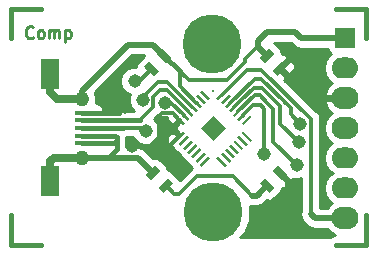
<source format=gtl>
G04 #@! TF.FileFunction,Copper,L1,Top,Signal*
%FSLAX46Y46*%
G04 Gerber Fmt 4.6, Leading zero omitted, Abs format (unit mm)*
G04 Created by KiCad (PCBNEW (2015-01-16 BZR 5376)-product) date 7/11/2015 10:08:44 AM*
%MOMM*%
G01*
G04 APERTURE LIST*
%ADD10C,0.150000*%
%ADD11C,0.381000*%
%ADD12C,0.254000*%
%ADD13R,1.800000X0.400000*%
%ADD14O,1.200000X1.300000*%
%ADD15R,1.550000X2.500000*%
%ADD16C,5.000000*%
%ADD17C,0.299720*%
%ADD18R,1.651000X1.651000*%
%ADD19O,2.286000X1.778000*%
%ADD20O,2.286000X1.905000*%
%ADD21C,1.143000*%
%ADD22C,1.270000*%
%ADD23C,0.304800*%
%ADD24C,0.508000*%
%ADD25C,0.355600*%
%ADD26C,0.635000*%
G04 APERTURE END LIST*
D10*
D11*
X28500000Y-39500000D02*
X28500000Y-37000000D01*
X28500000Y-39500000D02*
X31000000Y-39500000D01*
X58500000Y-39500000D02*
X56000000Y-39500000D01*
X58500000Y-39500000D02*
X58500000Y-37000000D01*
X28500000Y-19500000D02*
X28500000Y-22000000D01*
X28500000Y-19500000D02*
X31000000Y-19500000D01*
X58500000Y-19500000D02*
X58500000Y-22000000D01*
X58500000Y-19500000D02*
X56000000Y-19500000D01*
D12*
X30355905Y-21926357D02*
X30307524Y-21974738D01*
X30162381Y-22023119D01*
X30065619Y-22023119D01*
X29920477Y-21974738D01*
X29823715Y-21877976D01*
X29775334Y-21781214D01*
X29726953Y-21587690D01*
X29726953Y-21442548D01*
X29775334Y-21249024D01*
X29823715Y-21152262D01*
X29920477Y-21055500D01*
X30065619Y-21007119D01*
X30162381Y-21007119D01*
X30307524Y-21055500D01*
X30355905Y-21103881D01*
X30936477Y-22023119D02*
X30839715Y-21974738D01*
X30791334Y-21926357D01*
X30742953Y-21829595D01*
X30742953Y-21539310D01*
X30791334Y-21442548D01*
X30839715Y-21394167D01*
X30936477Y-21345786D01*
X31081619Y-21345786D01*
X31178381Y-21394167D01*
X31226762Y-21442548D01*
X31275143Y-21539310D01*
X31275143Y-21829595D01*
X31226762Y-21926357D01*
X31178381Y-21974738D01*
X31081619Y-22023119D01*
X30936477Y-22023119D01*
X31710572Y-22023119D02*
X31710572Y-21345786D01*
X31710572Y-21442548D02*
X31758953Y-21394167D01*
X31855715Y-21345786D01*
X32000857Y-21345786D01*
X32097619Y-21394167D01*
X32146000Y-21490929D01*
X32146000Y-22023119D01*
X32146000Y-21490929D02*
X32194381Y-21394167D01*
X32291143Y-21345786D01*
X32436286Y-21345786D01*
X32533048Y-21394167D01*
X32581429Y-21490929D01*
X32581429Y-22023119D01*
X33065239Y-21345786D02*
X33065239Y-22361786D01*
X33065239Y-21394167D02*
X33162001Y-21345786D01*
X33355524Y-21345786D01*
X33452286Y-21394167D01*
X33500667Y-21442548D01*
X33549048Y-21539310D01*
X33549048Y-21829595D01*
X33500667Y-21926357D01*
X33452286Y-21974738D01*
X33355524Y-22023119D01*
X33162001Y-22023119D01*
X33065239Y-21974738D01*
D13*
X34708000Y-28327100D03*
X34708000Y-28977100D03*
X34708000Y-29627100D03*
X34708000Y-30277100D03*
X34708000Y-30927100D03*
D14*
X34470540Y-27127100D03*
X34470540Y-32127100D03*
D15*
X31808000Y-25028000D03*
X31808000Y-34128000D03*
D16*
X45608000Y-36740000D03*
X45500000Y-22500000D03*
D10*
G36*
X42343677Y-28650050D02*
X42507117Y-28486610D01*
X43214761Y-29194254D01*
X43051321Y-29357694D01*
X42343677Y-28650050D01*
X42343677Y-28650050D01*
G37*
G36*
X42697499Y-28296228D02*
X42860939Y-28132788D01*
X43568583Y-28840432D01*
X43405143Y-29003872D01*
X42697499Y-28296228D01*
X42697499Y-28296228D01*
G37*
G36*
X43051322Y-27942406D02*
X43214762Y-27778966D01*
X43922406Y-28486610D01*
X43758966Y-28650050D01*
X43051322Y-27942406D01*
X43051322Y-27942406D01*
G37*
G36*
X43405144Y-27588584D02*
X43568584Y-27425144D01*
X44276228Y-28132788D01*
X44112788Y-28296228D01*
X43405144Y-27588584D01*
X43405144Y-27588584D01*
G37*
G36*
X43758966Y-27234762D02*
X43922406Y-27071322D01*
X44630050Y-27778966D01*
X44466610Y-27942406D01*
X43758966Y-27234762D01*
X43758966Y-27234762D01*
G37*
G36*
X44112788Y-26880939D02*
X44276228Y-26717499D01*
X44983872Y-27425143D01*
X44820432Y-27588583D01*
X44112788Y-26880939D01*
X44112788Y-26880939D01*
G37*
G36*
X44466610Y-26527117D02*
X44630050Y-26363677D01*
X45337694Y-27071321D01*
X45174254Y-27234761D01*
X44466610Y-26527117D01*
X44466610Y-26527117D01*
G37*
G36*
X45878306Y-27071321D02*
X46585950Y-26363677D01*
X46749390Y-26527117D01*
X46041746Y-27234761D01*
X45878306Y-27071321D01*
X45878306Y-27071321D01*
G37*
G36*
X46232128Y-27425143D02*
X46939772Y-26717499D01*
X47103212Y-26880939D01*
X46395568Y-27588583D01*
X46232128Y-27425143D01*
X46232128Y-27425143D01*
G37*
G36*
X46585950Y-27778966D02*
X47293594Y-27071322D01*
X47457034Y-27234762D01*
X46749390Y-27942406D01*
X46585950Y-27778966D01*
X46585950Y-27778966D01*
G37*
G36*
X46939772Y-28132788D02*
X47647416Y-27425144D01*
X47810856Y-27588584D01*
X47103212Y-28296228D01*
X46939772Y-28132788D01*
X46939772Y-28132788D01*
G37*
G36*
X47293594Y-28486610D02*
X48001238Y-27778966D01*
X48164678Y-27942406D01*
X47457034Y-28650050D01*
X47293594Y-28486610D01*
X47293594Y-28486610D01*
G37*
G36*
X47647417Y-28840432D02*
X48355061Y-28132788D01*
X48518501Y-28296228D01*
X47810857Y-29003872D01*
X47647417Y-28840432D01*
X47647417Y-28840432D01*
G37*
G36*
X48001239Y-29194254D02*
X48708883Y-28486610D01*
X48872323Y-28650050D01*
X48164679Y-29357694D01*
X48001239Y-29194254D01*
X48001239Y-29194254D01*
G37*
G36*
X48001239Y-30061746D02*
X48164679Y-29898306D01*
X48872323Y-30605950D01*
X48708883Y-30769390D01*
X48001239Y-30061746D01*
X48001239Y-30061746D01*
G37*
G36*
X47647417Y-30415568D02*
X47810857Y-30252128D01*
X48518501Y-30959772D01*
X48355061Y-31123212D01*
X47647417Y-30415568D01*
X47647417Y-30415568D01*
G37*
G36*
X47293594Y-30769390D02*
X47457034Y-30605950D01*
X48164678Y-31313594D01*
X48001238Y-31477034D01*
X47293594Y-30769390D01*
X47293594Y-30769390D01*
G37*
G36*
X46939772Y-31123212D02*
X47103212Y-30959772D01*
X47810856Y-31667416D01*
X47647416Y-31830856D01*
X46939772Y-31123212D01*
X46939772Y-31123212D01*
G37*
G36*
X46585950Y-31477034D02*
X46749390Y-31313594D01*
X47457034Y-32021238D01*
X47293594Y-32184678D01*
X46585950Y-31477034D01*
X46585950Y-31477034D01*
G37*
G36*
X46232128Y-31830857D02*
X46395568Y-31667417D01*
X47103212Y-32375061D01*
X46939772Y-32538501D01*
X46232128Y-31830857D01*
X46232128Y-31830857D01*
G37*
G36*
X45878306Y-32184679D02*
X46041746Y-32021239D01*
X46749390Y-32728883D01*
X46585950Y-32892323D01*
X45878306Y-32184679D01*
X45878306Y-32184679D01*
G37*
G36*
X44466610Y-32728883D02*
X45174254Y-32021239D01*
X45337694Y-32184679D01*
X44630050Y-32892323D01*
X44466610Y-32728883D01*
X44466610Y-32728883D01*
G37*
G36*
X44112788Y-32375061D02*
X44820432Y-31667417D01*
X44983872Y-31830857D01*
X44276228Y-32538501D01*
X44112788Y-32375061D01*
X44112788Y-32375061D01*
G37*
G36*
X43758966Y-32021238D02*
X44466610Y-31313594D01*
X44630050Y-31477034D01*
X43922406Y-32184678D01*
X43758966Y-32021238D01*
X43758966Y-32021238D01*
G37*
G36*
X43405144Y-31667416D02*
X44112788Y-30959772D01*
X44276228Y-31123212D01*
X43568584Y-31830856D01*
X43405144Y-31667416D01*
X43405144Y-31667416D01*
G37*
G36*
X43051322Y-31313594D02*
X43758966Y-30605950D01*
X43922406Y-30769390D01*
X43214762Y-31477034D01*
X43051322Y-31313594D01*
X43051322Y-31313594D01*
G37*
G36*
X42697499Y-30959772D02*
X43405143Y-30252128D01*
X43568583Y-30415568D01*
X42860939Y-31123212D01*
X42697499Y-30959772D01*
X42697499Y-30959772D01*
G37*
G36*
X42343677Y-30605950D02*
X43051321Y-29898306D01*
X43214761Y-30061746D01*
X42507117Y-30769390D01*
X42343677Y-30605950D01*
X42343677Y-30605950D01*
G37*
G36*
X44546534Y-29628000D02*
X45608000Y-28566534D01*
X46669466Y-29628000D01*
X45608000Y-30689466D01*
X44546534Y-29628000D01*
X44546534Y-29628000D01*
G37*
D17*
X45608000Y-26445397D03*
D18*
X56784000Y-22008000D03*
D19*
X56784000Y-24548000D03*
D20*
X56784000Y-27088000D03*
X56784000Y-29628000D03*
D19*
X56784000Y-32168000D03*
X56784000Y-34708000D03*
D20*
X56784000Y-37248000D03*
D10*
G36*
X40549790Y-25207433D02*
X39741567Y-24399210D01*
X40190580Y-23950197D01*
X40998803Y-24758420D01*
X40549790Y-25207433D01*
X40549790Y-25207433D01*
G37*
G36*
X41627420Y-24129803D02*
X40819197Y-23321580D01*
X41268210Y-22872567D01*
X42076433Y-23680790D01*
X41627420Y-24129803D01*
X41627420Y-24129803D01*
G37*
G36*
X51855433Y-24399210D02*
X51047210Y-25207433D01*
X50598197Y-24758420D01*
X51406420Y-23950197D01*
X51855433Y-24399210D01*
X51855433Y-24399210D01*
G37*
G36*
X50777803Y-23321580D02*
X49969580Y-24129803D01*
X49520567Y-23680790D01*
X50328790Y-22872567D01*
X50777803Y-23321580D01*
X50777803Y-23321580D01*
G37*
G36*
X42203433Y-34305210D02*
X41395210Y-35113433D01*
X40946197Y-34664420D01*
X41754420Y-33856197D01*
X42203433Y-34305210D01*
X42203433Y-34305210D01*
G37*
G36*
X41125803Y-33227580D02*
X40317580Y-34035803D01*
X39868567Y-33586790D01*
X40676790Y-32778567D01*
X41125803Y-33227580D01*
X41125803Y-33227580D01*
G37*
G36*
X51047210Y-32778567D02*
X51855433Y-33586790D01*
X51406420Y-34035803D01*
X50598197Y-33227580D01*
X51047210Y-32778567D01*
X51047210Y-32778567D01*
G37*
G36*
X49969580Y-33856197D02*
X50777803Y-34664420D01*
X50328790Y-35113433D01*
X49520567Y-34305210D01*
X49969580Y-33856197D01*
X49969580Y-33856197D01*
G37*
D21*
X49926000Y-31850500D03*
X39893000Y-29882000D03*
X39639000Y-27215000D03*
X52656500Y-32739500D03*
X52847000Y-30834500D03*
X52974000Y-29247000D03*
D22*
X51958000Y-36105000D03*
D21*
X38115000Y-27850000D03*
X38750000Y-31152000D03*
X41480500Y-27469000D03*
X38940500Y-25627500D03*
D23*
X48082959Y-28568330D02*
X48082959Y-28550041D01*
X49926000Y-27977000D02*
X49926000Y-31850500D01*
X49608500Y-27659500D02*
X49926000Y-27977000D01*
X48973500Y-27659500D02*
X49608500Y-27659500D01*
X48082959Y-28550041D02*
X48973500Y-27659500D01*
D11*
X37988000Y-29627100D02*
X34470540Y-29627100D01*
D23*
X38115000Y-29628000D02*
X38114100Y-29627100D01*
X38114100Y-29627100D02*
X37988000Y-29627100D01*
X39893000Y-29882000D02*
X39638100Y-29627100D01*
X39638100Y-29627100D02*
X38115900Y-29627100D01*
X42179000Y-26199000D02*
X41671000Y-25691000D01*
X41671000Y-25691000D02*
X40909000Y-25691000D01*
X40909000Y-25691000D02*
X39639000Y-26961000D01*
X39639000Y-26961000D02*
X39639000Y-27215000D01*
X43840686Y-27860686D02*
X42179000Y-26199000D01*
X39400900Y-28977100D02*
X40528000Y-27850000D01*
D11*
X34470540Y-28977100D02*
X39400900Y-28977100D01*
D23*
X43486864Y-28205364D02*
X42496500Y-27215000D01*
X41671000Y-26389500D02*
X41099500Y-26389500D01*
X41099500Y-26389500D02*
X40528000Y-26961000D01*
X40528000Y-26961000D02*
X40528000Y-27850000D01*
X43486864Y-28205364D02*
X41671000Y-26389500D01*
X43486864Y-28214508D02*
X43486864Y-28205364D01*
X46313848Y-26799219D02*
X46341281Y-26799219D01*
D24*
X54498000Y-37248000D02*
X55768000Y-37248000D01*
X54180500Y-37248000D02*
X54498000Y-37248000D01*
X53863000Y-36930500D02*
X54180500Y-37248000D01*
D25*
X53863000Y-28866000D02*
X53863000Y-36930500D01*
D23*
X49672000Y-24675000D02*
X53863000Y-28866000D01*
X48465500Y-24675000D02*
X49672000Y-24675000D01*
X46341281Y-26799219D02*
X48465500Y-24675000D01*
D24*
X56784000Y-37248000D02*
X54498000Y-37248000D01*
D23*
X47729136Y-28214508D02*
X47729136Y-28205364D01*
X50688000Y-27977000D02*
X50688000Y-30771000D01*
X50688000Y-30771000D02*
X52656500Y-32739500D01*
X47729136Y-28205364D02*
X49100500Y-26834000D01*
X49100500Y-26834000D02*
X49545000Y-26834000D01*
X49545000Y-26834000D02*
X50180000Y-27469000D01*
X50180000Y-27469000D02*
X50688000Y-27977000D01*
X51259500Y-27723000D02*
X51259500Y-29247000D01*
X51259500Y-29247000D02*
X52847000Y-30834500D01*
X47957500Y-27278500D02*
X49037000Y-26199000D01*
X49037000Y-26199000D02*
X49735500Y-26199000D01*
X49735500Y-26199000D02*
X50688000Y-27151500D01*
X47375314Y-27860686D02*
X47957500Y-27278500D01*
X50688000Y-27151500D02*
X51259500Y-27723000D01*
X47021492Y-27506864D02*
X47030636Y-27506864D01*
X51577000Y-27342000D02*
X51704000Y-27469000D01*
X49672000Y-25437000D02*
X51577000Y-27342000D01*
X49100500Y-25437000D02*
X49672000Y-25437000D01*
X47030636Y-27506864D02*
X49100500Y-25437000D01*
X52148500Y-27913500D02*
X52148500Y-28421500D01*
X52148500Y-28421500D02*
X52974000Y-29247000D01*
X51577000Y-27342000D02*
X52148500Y-27913500D01*
X51226815Y-33407185D02*
X51292185Y-33407185D01*
D24*
X51292185Y-33407185D02*
X51958000Y-34073000D01*
X51958000Y-34073000D02*
X51958000Y-36105000D01*
X55768000Y-27088000D02*
X53736000Y-27088000D01*
X53736000Y-27088000D02*
X51226815Y-24578815D01*
D23*
X42779219Y-30333848D02*
X42743152Y-30333848D01*
X38115000Y-27850000D02*
X37637900Y-28327100D01*
D11*
X37637900Y-28327100D02*
X34470540Y-28327100D01*
D23*
X39639000Y-31152000D02*
X38750000Y-31152000D01*
X40274000Y-31152000D02*
X39639000Y-31152000D01*
X41036000Y-30390000D02*
X40274000Y-31152000D01*
X41036000Y-28612000D02*
X41036000Y-30390000D01*
X41290000Y-28358000D02*
X41036000Y-28612000D01*
X42179000Y-28358000D02*
X41290000Y-28358000D01*
X42743152Y-28922152D02*
X42179000Y-28358000D01*
X42779219Y-28922152D02*
X42743152Y-28922152D01*
X41925000Y-31152000D02*
X42743152Y-30333848D01*
X41925000Y-31152000D02*
X41417000Y-31152000D01*
X39639000Y-31152000D02*
X41417000Y-31152000D01*
D24*
X56784000Y-27088000D02*
X53736000Y-27088000D01*
X34470540Y-27127100D02*
X34470540Y-26477960D01*
D26*
X34470540Y-27127100D02*
X32377100Y-27127100D01*
X31808000Y-26558000D02*
X31808000Y-25028000D01*
X32377100Y-27127100D02*
X31808000Y-26558000D01*
X34470540Y-32127100D02*
X32122900Y-32127100D01*
X31808000Y-32442000D02*
X31808000Y-34128000D01*
X32122900Y-32127100D02*
X31808000Y-32442000D01*
D24*
X50149185Y-23501185D02*
X49418000Y-22770000D01*
D23*
X49418000Y-22770000D02*
X49291000Y-22770000D01*
X43510630Y-25564000D02*
X41447815Y-23501185D01*
X44194508Y-27506864D02*
X44185364Y-27506864D01*
X44185364Y-27506864D02*
X42750500Y-26072000D01*
X42750500Y-26072000D02*
X42750500Y-24803870D01*
D24*
X54498000Y-22008000D02*
X55768000Y-22008000D01*
X53037500Y-22008000D02*
X54498000Y-22008000D01*
X52529500Y-21500000D02*
X53037500Y-22008000D01*
X50180000Y-21500000D02*
X52529500Y-21500000D01*
X49418000Y-22262000D02*
X50180000Y-21500000D01*
X49418000Y-22770000D02*
X49418000Y-22262000D01*
D11*
X36942900Y-30927100D02*
X34470540Y-30927100D01*
D23*
X34470540Y-32127100D02*
X36631900Y-32127100D01*
D24*
X39217100Y-32127100D02*
X40497185Y-33407185D01*
X34470540Y-32127100D02*
X39217100Y-32127100D01*
X40528000Y-22579500D02*
X38369000Y-22579500D01*
X41447815Y-23499315D02*
X40528000Y-22579500D01*
X38369000Y-22579500D02*
X34470540Y-26477960D01*
D23*
X41447815Y-23501185D02*
X41447815Y-23499315D01*
D11*
X37303600Y-30277100D02*
X37113100Y-30277100D01*
X37416500Y-30390000D02*
X37303600Y-30277100D01*
X37113100Y-30277100D02*
X34470540Y-30277100D01*
X37416500Y-30707500D02*
X37416500Y-30390000D01*
X37196900Y-30927100D02*
X37416500Y-30707500D01*
X34470540Y-30927100D02*
X37196900Y-30927100D01*
X36695400Y-32127100D02*
X37416500Y-31406000D01*
X37416500Y-31406000D02*
X37416500Y-30390000D01*
X34470540Y-32127100D02*
X36695400Y-32127100D01*
X41447815Y-23501185D02*
X42750500Y-24803870D01*
D23*
X49291000Y-22770000D02*
X48275000Y-23786000D01*
X48275000Y-23786000D02*
X48275000Y-24040000D01*
X48275000Y-24040000D02*
X46751000Y-25564000D01*
X46751000Y-25564000D02*
X43510630Y-25564000D01*
D24*
X56784000Y-22008000D02*
X54498000Y-22008000D01*
D23*
X42052000Y-27469000D02*
X41480500Y-27469000D01*
X43133041Y-28550041D02*
X42052000Y-27469000D01*
X43133041Y-28568330D02*
X43133041Y-28550041D01*
X40370185Y-24578815D02*
X39989185Y-24578815D01*
X39385000Y-25627500D02*
X38940500Y-25627500D01*
X40370185Y-24642315D02*
X39385000Y-25627500D01*
X40370185Y-24578815D02*
X40370185Y-24642315D01*
X41574815Y-34484815D02*
X42306000Y-35216000D01*
D24*
X49291000Y-35343000D02*
X50149185Y-34484815D01*
X48910000Y-35343000D02*
X49291000Y-35343000D01*
D23*
X47259000Y-33692000D02*
X48910000Y-35343000D01*
X44211000Y-33692000D02*
X47259000Y-33692000D01*
X42687000Y-35216000D02*
X44211000Y-33692000D01*
X42306000Y-35216000D02*
X42687000Y-35216000D01*
D12*
G36*
X39768643Y-23468500D02*
X39732771Y-23492388D01*
X39283758Y-23941401D01*
X39145769Y-24145826D01*
X39094139Y-24395147D01*
X39099181Y-24421138D01*
X38701565Y-24420791D01*
X38257965Y-24604082D01*
X37918275Y-24943180D01*
X37734210Y-25386459D01*
X37733791Y-25866435D01*
X37917082Y-26310035D01*
X38256180Y-26649725D01*
X38521582Y-26759929D01*
X38432710Y-26973959D01*
X38432291Y-27453935D01*
X38615582Y-27897535D01*
X38869204Y-28151600D01*
X36243000Y-28151600D01*
X36159750Y-28151600D01*
X36243000Y-28068350D01*
X36243000Y-28000790D01*
X36146327Y-27767401D01*
X35967698Y-27588773D01*
X35734309Y-27492100D01*
X35647890Y-27492100D01*
X35705540Y-27202275D01*
X35705540Y-27051925D01*
X35614002Y-26591733D01*
X38737236Y-23468500D01*
X39768643Y-23468500D01*
X39768643Y-23468500D01*
G37*
X39768643Y-23468500D02*
X39732771Y-23492388D01*
X39283758Y-23941401D01*
X39145769Y-24145826D01*
X39094139Y-24395147D01*
X39099181Y-24421138D01*
X38701565Y-24420791D01*
X38257965Y-24604082D01*
X37918275Y-24943180D01*
X37734210Y-25386459D01*
X37733791Y-25866435D01*
X37917082Y-26310035D01*
X38256180Y-26649725D01*
X38521582Y-26759929D01*
X38432710Y-26973959D01*
X38432291Y-27453935D01*
X38615582Y-27897535D01*
X38869204Y-28151600D01*
X36243000Y-28151600D01*
X36159750Y-28151600D01*
X36243000Y-28068350D01*
X36243000Y-28000790D01*
X36146327Y-27767401D01*
X35967698Y-27588773D01*
X35734309Y-27492100D01*
X35647890Y-27492100D01*
X35705540Y-27202275D01*
X35705540Y-27051925D01*
X35614002Y-26591733D01*
X38737236Y-23468500D01*
X39768643Y-23468500D01*
G36*
X43840160Y-33010985D02*
X43654224Y-33135224D01*
X42773487Y-34015960D01*
X42661242Y-33847401D01*
X42212229Y-33398388D01*
X42007804Y-33260399D01*
X41769224Y-33210993D01*
X41724734Y-32981693D01*
X41583612Y-32769771D01*
X41134599Y-32320758D01*
X40930174Y-32182769D01*
X40680853Y-32131139D01*
X40511277Y-32164041D01*
X39845718Y-31498482D01*
X39557306Y-31305771D01*
X39217100Y-31238100D01*
X38242000Y-31238100D01*
X38242000Y-30707500D01*
X38242000Y-30414500D01*
X38807589Y-30414500D01*
X38869582Y-30564535D01*
X39208680Y-30904225D01*
X39651959Y-31088290D01*
X40131935Y-31088709D01*
X40575535Y-30905418D01*
X40915225Y-30566320D01*
X41099290Y-30123041D01*
X41099709Y-29643065D01*
X40916418Y-29199465D01*
X40604524Y-28887027D01*
X40940429Y-28551122D01*
X41239459Y-28675290D01*
X41708676Y-28675699D01*
X41708677Y-28776360D01*
X41805350Y-29009749D01*
X42046430Y-29250829D01*
X42270937Y-29250829D01*
X42495607Y-29026159D01*
X42539436Y-29069988D01*
X42576265Y-29125106D01*
X42680218Y-29194565D01*
X42683314Y-29197661D01*
X42450542Y-29430434D01*
X42450542Y-29601059D01*
X42450542Y-29654941D01*
X42450542Y-29825566D01*
X42683314Y-30058338D01*
X42503709Y-30237943D01*
X42270937Y-30005171D01*
X42046430Y-30005171D01*
X41983978Y-30067623D01*
X41805349Y-30246252D01*
X41708676Y-30479641D01*
X41708677Y-30732260D01*
X41805350Y-30965649D01*
X41823271Y-30983570D01*
X42047777Y-30983570D01*
X42054225Y-30977121D01*
X42098568Y-31205659D01*
X42129497Y-31252104D01*
X42129497Y-31289796D01*
X42147418Y-31307717D01*
X42173809Y-31318648D01*
X42239690Y-31417581D01*
X42403130Y-31581021D01*
X42518669Y-31659011D01*
X42593513Y-31771403D01*
X42756953Y-31934843D01*
X42872491Y-32012832D01*
X42947335Y-32125225D01*
X43110775Y-32288665D01*
X43226313Y-32366654D01*
X43301157Y-32479047D01*
X43464597Y-32642487D01*
X43580133Y-32720475D01*
X43654979Y-32832870D01*
X43818419Y-32996310D01*
X43840160Y-33010985D01*
X43840160Y-33010985D01*
G37*
X43840160Y-33010985D02*
X43654224Y-33135224D01*
X42773487Y-34015960D01*
X42661242Y-33847401D01*
X42212229Y-33398388D01*
X42007804Y-33260399D01*
X41769224Y-33210993D01*
X41724734Y-32981693D01*
X41583612Y-32769771D01*
X41134599Y-32320758D01*
X40930174Y-32182769D01*
X40680853Y-32131139D01*
X40511277Y-32164041D01*
X39845718Y-31498482D01*
X39557306Y-31305771D01*
X39217100Y-31238100D01*
X38242000Y-31238100D01*
X38242000Y-30707500D01*
X38242000Y-30414500D01*
X38807589Y-30414500D01*
X38869582Y-30564535D01*
X39208680Y-30904225D01*
X39651959Y-31088290D01*
X40131935Y-31088709D01*
X40575535Y-30905418D01*
X40915225Y-30566320D01*
X41099290Y-30123041D01*
X41099709Y-29643065D01*
X40916418Y-29199465D01*
X40604524Y-28887027D01*
X40940429Y-28551122D01*
X41239459Y-28675290D01*
X41708676Y-28675699D01*
X41708677Y-28776360D01*
X41805350Y-29009749D01*
X42046430Y-29250829D01*
X42270937Y-29250829D01*
X42495607Y-29026159D01*
X42539436Y-29069988D01*
X42576265Y-29125106D01*
X42680218Y-29194565D01*
X42683314Y-29197661D01*
X42450542Y-29430434D01*
X42450542Y-29601059D01*
X42450542Y-29654941D01*
X42450542Y-29825566D01*
X42683314Y-30058338D01*
X42503709Y-30237943D01*
X42270937Y-30005171D01*
X42046430Y-30005171D01*
X41983978Y-30067623D01*
X41805349Y-30246252D01*
X41708676Y-30479641D01*
X41708677Y-30732260D01*
X41805350Y-30965649D01*
X41823271Y-30983570D01*
X42047777Y-30983570D01*
X42054225Y-30977121D01*
X42098568Y-31205659D01*
X42129497Y-31252104D01*
X42129497Y-31289796D01*
X42147418Y-31307717D01*
X42173809Y-31318648D01*
X42239690Y-31417581D01*
X42403130Y-31581021D01*
X42518669Y-31659011D01*
X42593513Y-31771403D01*
X42756953Y-31934843D01*
X42872491Y-32012832D01*
X42947335Y-32125225D01*
X43110775Y-32288665D01*
X43226313Y-32366654D01*
X43301157Y-32479047D01*
X43464597Y-32642487D01*
X43580133Y-32720475D01*
X43654979Y-32832870D01*
X43818419Y-32996310D01*
X43840160Y-33010985D01*
G36*
X55916046Y-38691199D02*
X55684095Y-38737337D01*
X55481060Y-38873000D01*
X47908707Y-38873000D01*
X48264174Y-38518153D01*
X48742454Y-37366326D01*
X48743473Y-36198875D01*
X48910000Y-36232000D01*
X49291000Y-36232000D01*
X49631205Y-36164329D01*
X49631206Y-36164329D01*
X49919618Y-35971618D01*
X50163717Y-35727518D01*
X50324727Y-35760861D01*
X50574677Y-35712364D01*
X50786599Y-35571242D01*
X51235612Y-35122229D01*
X51373601Y-34917804D01*
X51424750Y-34670802D01*
X51532730Y-34670802D01*
X51766119Y-34574130D01*
X51877884Y-34462365D01*
X51877884Y-34237859D01*
X51226815Y-33586790D01*
X51212672Y-33600932D01*
X51033067Y-33421327D01*
X51047210Y-33407185D01*
X51033067Y-33393042D01*
X51212672Y-33213437D01*
X51226815Y-33227580D01*
X51240957Y-33213437D01*
X51420562Y-33393042D01*
X51406420Y-33407185D01*
X52057489Y-34058254D01*
X52281995Y-34058254D01*
X52393760Y-33946489D01*
X52397191Y-33938204D01*
X52415459Y-33945790D01*
X52895435Y-33946209D01*
X53050200Y-33882261D01*
X53050200Y-36577530D01*
X53041671Y-36590295D01*
X52974000Y-36930500D01*
X53041671Y-37270705D01*
X53234382Y-37559118D01*
X53551882Y-37876618D01*
X53840294Y-38069329D01*
X53840295Y-38069329D01*
X54180500Y-38137000D01*
X54498000Y-38137000D01*
X55280093Y-38137000D01*
X55436135Y-38370532D01*
X55916046Y-38691199D01*
X55916046Y-38691199D01*
G37*
X55916046Y-38691199D02*
X55684095Y-38737337D01*
X55481060Y-38873000D01*
X47908707Y-38873000D01*
X48264174Y-38518153D01*
X48742454Y-37366326D01*
X48743473Y-36198875D01*
X48910000Y-36232000D01*
X49291000Y-36232000D01*
X49631205Y-36164329D01*
X49631206Y-36164329D01*
X49919618Y-35971618D01*
X50163717Y-35727518D01*
X50324727Y-35760861D01*
X50574677Y-35712364D01*
X50786599Y-35571242D01*
X51235612Y-35122229D01*
X51373601Y-34917804D01*
X51424750Y-34670802D01*
X51532730Y-34670802D01*
X51766119Y-34574130D01*
X51877884Y-34462365D01*
X51877884Y-34237859D01*
X51226815Y-33586790D01*
X51212672Y-33600932D01*
X51033067Y-33421327D01*
X51047210Y-33407185D01*
X51033067Y-33393042D01*
X51212672Y-33213437D01*
X51226815Y-33227580D01*
X51240957Y-33213437D01*
X51420562Y-33393042D01*
X51406420Y-33407185D01*
X52057489Y-34058254D01*
X52281995Y-34058254D01*
X52393760Y-33946489D01*
X52397191Y-33938204D01*
X52415459Y-33945790D01*
X52895435Y-33946209D01*
X53050200Y-33882261D01*
X53050200Y-36577530D01*
X53041671Y-36590295D01*
X52974000Y-36930500D01*
X53041671Y-37270705D01*
X53234382Y-37559118D01*
X53551882Y-37876618D01*
X53840294Y-38069329D01*
X53840295Y-38069329D01*
X54180500Y-38137000D01*
X54498000Y-38137000D01*
X55280093Y-38137000D01*
X55436135Y-38370532D01*
X55916046Y-38691199D01*
G36*
X56931000Y-27215000D02*
X56911000Y-27215000D01*
X56911000Y-27235000D01*
X56657000Y-27235000D01*
X56657000Y-27215000D01*
X55170406Y-27215000D01*
X55050437Y-27460980D01*
X55062223Y-27520932D01*
X55344460Y-28073971D01*
X55668395Y-28350276D01*
X55436135Y-28505468D01*
X55092008Y-29020490D01*
X54971167Y-29628000D01*
X55092008Y-30235510D01*
X55436135Y-30750532D01*
X55681136Y-30914236D01*
X55417536Y-31090369D01*
X55087175Y-31584790D01*
X54971167Y-32168000D01*
X55087175Y-32751210D01*
X55417536Y-33245631D01*
X55705437Y-33438000D01*
X55417536Y-33630369D01*
X55087175Y-34124790D01*
X54971167Y-34708000D01*
X55087175Y-35291210D01*
X55417536Y-35785631D01*
X55681136Y-35961763D01*
X55436135Y-36125468D01*
X55280093Y-36359000D01*
X54675800Y-36359000D01*
X54675800Y-28866000D01*
X54613929Y-28554955D01*
X54437736Y-28291264D01*
X54329484Y-28218932D01*
X52490433Y-26379881D01*
X52490433Y-24525519D01*
X52490432Y-24272900D01*
X52393760Y-24039511D01*
X52281995Y-23927746D01*
X52057489Y-23927746D01*
X51406420Y-24578815D01*
X51877884Y-25050278D01*
X52102390Y-25050278D01*
X52215132Y-24937537D01*
X52393760Y-24758908D01*
X52490433Y-24525519D01*
X52490433Y-26379881D01*
X51631610Y-25521058D01*
X51698278Y-25454390D01*
X51698278Y-25229884D01*
X51226815Y-24758420D01*
X51212672Y-24772562D01*
X51033067Y-24592957D01*
X51047210Y-24578815D01*
X51033067Y-24564672D01*
X51212672Y-24385067D01*
X51226815Y-24399210D01*
X51877884Y-23748141D01*
X51877884Y-23523635D01*
X51766119Y-23411870D01*
X51532730Y-23315198D01*
X51423204Y-23315197D01*
X51376734Y-23075693D01*
X51235612Y-22863771D01*
X50786599Y-22414758D01*
X50748439Y-22389000D01*
X52161264Y-22389000D01*
X52408882Y-22636618D01*
X52697294Y-22829329D01*
X53037500Y-22897000D01*
X54498000Y-22897000D01*
X55323380Y-22897000D01*
X55358037Y-23075623D01*
X55497827Y-23288427D01*
X55593340Y-23352900D01*
X55417536Y-23470369D01*
X55087175Y-23964790D01*
X54971167Y-24548000D01*
X55087175Y-25131210D01*
X55417536Y-25625631D01*
X55689743Y-25807514D01*
X55344460Y-26102029D01*
X55062223Y-26655068D01*
X55050437Y-26715020D01*
X55170406Y-26961000D01*
X56657000Y-26961000D01*
X56657000Y-26941000D01*
X56911000Y-26941000D01*
X56911000Y-26961000D01*
X56931000Y-26961000D01*
X56931000Y-27215000D01*
X56931000Y-27215000D01*
G37*
X56931000Y-27215000D02*
X56911000Y-27215000D01*
X56911000Y-27235000D01*
X56657000Y-27235000D01*
X56657000Y-27215000D01*
X55170406Y-27215000D01*
X55050437Y-27460980D01*
X55062223Y-27520932D01*
X55344460Y-28073971D01*
X55668395Y-28350276D01*
X55436135Y-28505468D01*
X55092008Y-29020490D01*
X54971167Y-29628000D01*
X55092008Y-30235510D01*
X55436135Y-30750532D01*
X55681136Y-30914236D01*
X55417536Y-31090369D01*
X55087175Y-31584790D01*
X54971167Y-32168000D01*
X55087175Y-32751210D01*
X55417536Y-33245631D01*
X55705437Y-33438000D01*
X55417536Y-33630369D01*
X55087175Y-34124790D01*
X54971167Y-34708000D01*
X55087175Y-35291210D01*
X55417536Y-35785631D01*
X55681136Y-35961763D01*
X55436135Y-36125468D01*
X55280093Y-36359000D01*
X54675800Y-36359000D01*
X54675800Y-28866000D01*
X54613929Y-28554955D01*
X54437736Y-28291264D01*
X54329484Y-28218932D01*
X52490433Y-26379881D01*
X52490433Y-24525519D01*
X52490432Y-24272900D01*
X52393760Y-24039511D01*
X52281995Y-23927746D01*
X52057489Y-23927746D01*
X51406420Y-24578815D01*
X51877884Y-25050278D01*
X52102390Y-25050278D01*
X52215132Y-24937537D01*
X52393760Y-24758908D01*
X52490433Y-24525519D01*
X52490433Y-26379881D01*
X51631610Y-25521058D01*
X51698278Y-25454390D01*
X51698278Y-25229884D01*
X51226815Y-24758420D01*
X51212672Y-24772562D01*
X51033067Y-24592957D01*
X51047210Y-24578815D01*
X51033067Y-24564672D01*
X51212672Y-24385067D01*
X51226815Y-24399210D01*
X51877884Y-23748141D01*
X51877884Y-23523635D01*
X51766119Y-23411870D01*
X51532730Y-23315198D01*
X51423204Y-23315197D01*
X51376734Y-23075693D01*
X51235612Y-22863771D01*
X50786599Y-22414758D01*
X50748439Y-22389000D01*
X52161264Y-22389000D01*
X52408882Y-22636618D01*
X52697294Y-22829329D01*
X53037500Y-22897000D01*
X54498000Y-22897000D01*
X55323380Y-22897000D01*
X55358037Y-23075623D01*
X55497827Y-23288427D01*
X55593340Y-23352900D01*
X55417536Y-23470369D01*
X55087175Y-23964790D01*
X54971167Y-24548000D01*
X55087175Y-25131210D01*
X55417536Y-25625631D01*
X55689743Y-25807514D01*
X55344460Y-26102029D01*
X55062223Y-26655068D01*
X55050437Y-26715020D01*
X55170406Y-26961000D01*
X56657000Y-26961000D01*
X56657000Y-26941000D01*
X56911000Y-26941000D01*
X56911000Y-26961000D01*
X56931000Y-26961000D01*
X56931000Y-27215000D01*
M02*

</source>
